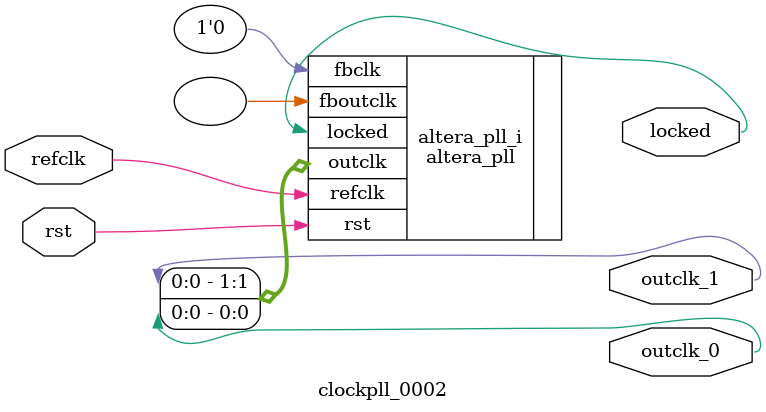
<source format=v>
`timescale 1ns/10ps
module  clockpll_0002(

	// interface 'refclk'
	input wire refclk,

	// interface 'reset'
	input wire rst,

	// interface 'outclk0'
	output wire outclk_0,

	// interface 'outclk1'
	output wire outclk_1,

	// interface 'locked'
	output wire locked
);

	altera_pll #(
		.fractional_vco_multiplier("false"),
		.reference_clock_frequency("50.0 MHz"),
		.operation_mode("direct"),
		.number_of_clocks(2),
		.output_clock_frequency0("40.000000 MHz"),
		.phase_shift0("0 ps"),
		.duty_cycle0(50),
		.output_clock_frequency1("2.000000 MHz"),
		.phase_shift1("0 ps"),
		.duty_cycle1(50),
		.output_clock_frequency2("0 MHz"),
		.phase_shift2("0 ps"),
		.duty_cycle2(50),
		.output_clock_frequency3("0 MHz"),
		.phase_shift3("0 ps"),
		.duty_cycle3(50),
		.output_clock_frequency4("0 MHz"),
		.phase_shift4("0 ps"),
		.duty_cycle4(50),
		.output_clock_frequency5("0 MHz"),
		.phase_shift5("0 ps"),
		.duty_cycle5(50),
		.output_clock_frequency6("0 MHz"),
		.phase_shift6("0 ps"),
		.duty_cycle6(50),
		.output_clock_frequency7("0 MHz"),
		.phase_shift7("0 ps"),
		.duty_cycle7(50),
		.output_clock_frequency8("0 MHz"),
		.phase_shift8("0 ps"),
		.duty_cycle8(50),
		.output_clock_frequency9("0 MHz"),
		.phase_shift9("0 ps"),
		.duty_cycle9(50),
		.output_clock_frequency10("0 MHz"),
		.phase_shift10("0 ps"),
		.duty_cycle10(50),
		.output_clock_frequency11("0 MHz"),
		.phase_shift11("0 ps"),
		.duty_cycle11(50),
		.output_clock_frequency12("0 MHz"),
		.phase_shift12("0 ps"),
		.duty_cycle12(50),
		.output_clock_frequency13("0 MHz"),
		.phase_shift13("0 ps"),
		.duty_cycle13(50),
		.output_clock_frequency14("0 MHz"),
		.phase_shift14("0 ps"),
		.duty_cycle14(50),
		.output_clock_frequency15("0 MHz"),
		.phase_shift15("0 ps"),
		.duty_cycle15(50),
		.output_clock_frequency16("0 MHz"),
		.phase_shift16("0 ps"),
		.duty_cycle16(50),
		.output_clock_frequency17("0 MHz"),
		.phase_shift17("0 ps"),
		.duty_cycle17(50),
		.pll_type("General"),
		.pll_subtype("General")
	) altera_pll_i (
		.rst	(rst),
		.outclk	({outclk_1, outclk_0}),
		.locked	(locked),
		.fboutclk	( ),
		.fbclk	(1'b0),
		.refclk	(refclk)
	);
endmodule


</source>
